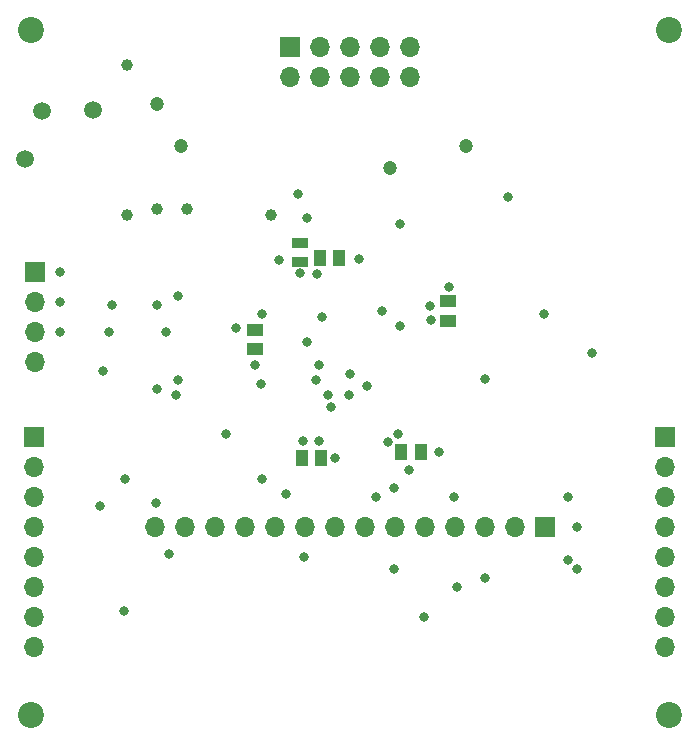
<source format=gbr>
%TF.GenerationSoftware,KiCad,Pcbnew,(6.0.7)*%
%TF.CreationDate,2022-10-18T15:02:52-04:00*%
%TF.ProjectId,LCDPCB,4c434450-4342-42e6-9b69-6361645f7063,rev?*%
%TF.SameCoordinates,Original*%
%TF.FileFunction,Soldermask,Bot*%
%TF.FilePolarity,Negative*%
%FSLAX46Y46*%
G04 Gerber Fmt 4.6, Leading zero omitted, Abs format (unit mm)*
G04 Created by KiCad (PCBNEW (6.0.7)) date 2022-10-18 15:02:52*
%MOMM*%
%LPD*%
G01*
G04 APERTURE LIST*
%ADD10R,1.700000X1.700000*%
%ADD11O,1.700000X1.700000*%
%ADD12C,2.200000*%
%ADD13R,1.070000X1.470000*%
%ADD14R,1.470000X1.070000*%
%ADD15R,1.390000X0.960000*%
%ADD16C,0.800000*%
%ADD17C,1.000000*%
%ADD18C,1.200000*%
%ADD19C,1.500000*%
G04 APERTURE END LIST*
D10*
%TO.C,J2*%
X114325000Y-77480000D03*
D11*
X114325000Y-80020000D03*
X114325000Y-82560000D03*
X114325000Y-85100000D03*
%TD*%
D10*
%TO.C,J4*%
X114300000Y-91440000D03*
D11*
X114300000Y-93980000D03*
X114300000Y-96520000D03*
X114300000Y-99060000D03*
X114300000Y-101600000D03*
X114300000Y-104140000D03*
X114300000Y-106680000D03*
X114300000Y-109220000D03*
%TD*%
D10*
%TO.C,J1*%
X157500000Y-99085000D03*
D11*
X154960000Y-99085000D03*
X152420000Y-99085000D03*
X149880000Y-99085000D03*
X147340000Y-99085000D03*
X144800000Y-99085000D03*
X142260000Y-99085000D03*
X139720000Y-99085000D03*
X137180000Y-99085000D03*
X134640000Y-99085000D03*
X132100000Y-99085000D03*
X129560000Y-99085000D03*
X127020000Y-99085000D03*
X124480000Y-99085000D03*
%TD*%
D10*
%TO.C,J3*%
X135950000Y-58400000D03*
D11*
X135950000Y-60940000D03*
X138490000Y-58400000D03*
X138490000Y-60940000D03*
X141030000Y-58400000D03*
X141030000Y-60940000D03*
X143570000Y-58400000D03*
X143570000Y-60940000D03*
X146110000Y-58400000D03*
X146110000Y-60940000D03*
%TD*%
D12*
%TO.C,H3*%
X114000000Y-57000000D03*
%TD*%
%TO.C,H1*%
X168000000Y-57000000D03*
%TD*%
%TO.C,H4*%
X114000000Y-115000000D03*
%TD*%
D10*
%TO.C,J5*%
X167690800Y-91440000D03*
D11*
X167690800Y-93980000D03*
X167690800Y-96520000D03*
X167690800Y-99060000D03*
X167690800Y-101600000D03*
X167690800Y-104140000D03*
X167690800Y-106680000D03*
X167690800Y-109220000D03*
%TD*%
D12*
%TO.C,H2*%
X168000000Y-115000000D03*
%TD*%
D13*
%TO.C,C9*%
X146997000Y-92710000D03*
X145357000Y-92710000D03*
%TD*%
%TO.C,C6*%
X140088200Y-76327000D03*
X138448200Y-76327000D03*
%TD*%
%TO.C,C8*%
X138564200Y-93218000D03*
X136924200Y-93218000D03*
%TD*%
D14*
%TO.C,C7*%
X132969000Y-82365000D03*
X132969000Y-84005000D03*
%TD*%
%TO.C,C10*%
X149352000Y-79952000D03*
X149352000Y-81592000D03*
%TD*%
D15*
%TO.C,FB1*%
X136779000Y-76629000D03*
X136779000Y-75009000D03*
%TD*%
D16*
X154432000Y-71120000D03*
X130556000Y-91186000D03*
X136640000Y-70878000D03*
D17*
X127254000Y-72136000D03*
X122174000Y-59944000D03*
X134366000Y-72644000D03*
D16*
X147906875Y-81496845D03*
X144202243Y-91864197D03*
X161544000Y-84328000D03*
D18*
X124714000Y-63246000D03*
D16*
X141825000Y-76375000D03*
D18*
X150876000Y-66802000D03*
D16*
X138236323Y-77610225D03*
X137033000Y-91758602D03*
D17*
X122174000Y-72644000D03*
D16*
X157480000Y-81026000D03*
X132969000Y-85356500D03*
D17*
X124714000Y-72136000D03*
D16*
X138430000Y-91758602D03*
X145057558Y-91207003D03*
X131350000Y-82225000D03*
X133604000Y-81026000D03*
X134975000Y-76475000D03*
X139775000Y-93250000D03*
X147828000Y-80391000D03*
X136750000Y-77600000D03*
X148577500Y-92675000D03*
X149375000Y-78775000D03*
D18*
X126746000Y-66802000D03*
X144399000Y-68707000D03*
D16*
X152425000Y-86500000D03*
X138430000Y-85344000D03*
X152450000Y-103375000D03*
X149860000Y-96520000D03*
X150114000Y-104140000D03*
X143256000Y-96520000D03*
X147320000Y-106680000D03*
X160274000Y-102616000D03*
X160274000Y-99060000D03*
X144780000Y-95758000D03*
X144780000Y-102616000D03*
X140990500Y-86106108D03*
X142494000Y-87122000D03*
X146050000Y-94234000D03*
X159512000Y-101854000D03*
X159512000Y-96520000D03*
X137160000Y-101600000D03*
X140970000Y-87884000D03*
X138671500Y-81280000D03*
X120142000Y-85852000D03*
X145251961Y-82024748D03*
X145288000Y-73406000D03*
X138176000Y-86614000D03*
X119888000Y-97282000D03*
X137414000Y-72898000D03*
X135636000Y-96266000D03*
X137398101Y-83413726D03*
X133604000Y-94996000D03*
X121941977Y-95017977D03*
X121920000Y-106172000D03*
X143764000Y-80772000D03*
X124714000Y-80264000D03*
X124587000Y-97015500D03*
X124714000Y-87376000D03*
X139446000Y-88900000D03*
X120904000Y-80264000D03*
X125730000Y-101346000D03*
X120650000Y-82550000D03*
X139192000Y-87884000D03*
X125476000Y-82550000D03*
X126259977Y-87862023D03*
X133500469Y-86976975D03*
X116459000Y-77470000D03*
X126492000Y-79502000D03*
X126492000Y-86614000D03*
X116459000Y-80035400D03*
X116459000Y-82550000D03*
D19*
X113550000Y-67875000D03*
X114925000Y-63800000D03*
X119250000Y-63775000D03*
M02*

</source>
